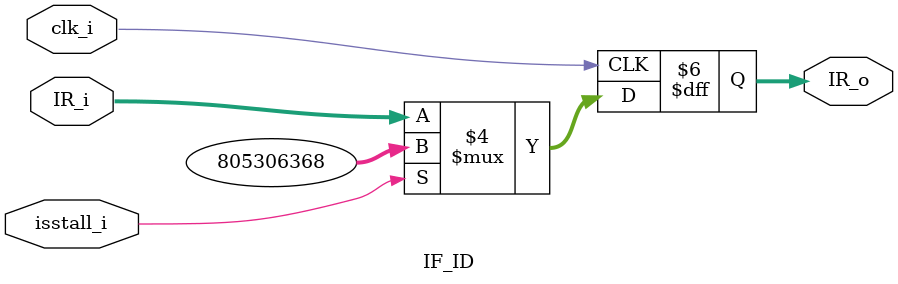
<source format=v>
module IF_ID(
  clk_i,
  IR_i,
  IR_o,
  isstall_i
);

input wire clk_i;
input wire [31:0] IR_i;
output reg [31:0] IR_o;
input isstall_i;

always @(posedge clk_i)
begin
  if (isstall_i == 1'b1)
    IR_o = {4'b0011, 28'b0};
  else
    IR_o = IR_i;
end

endmodule

</source>
